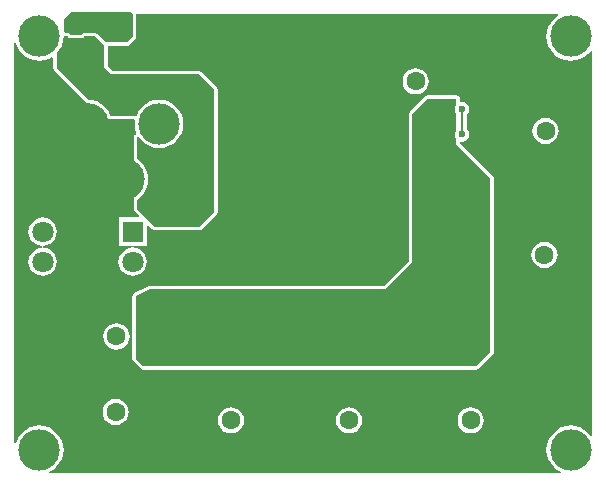
<source format=gtl>
G04 Layer_Physical_Order=1*
G04 Layer_Color=255*
%FSLAX44Y44*%
%MOMM*%
G71*
G01*
G75*
%ADD10R,1.3000X0.7000*%
%ADD11R,0.8000X0.8000*%
%ADD12C,0.2000*%
%ADD13C,3.5000*%
%ADD14C,1.8000*%
%ADD15R,1.8000X1.8000*%
%ADD16C,1.6000*%
%ADD17C,0.6000*%
G36*
X464445Y394000D02*
X464754Y392768D01*
X463556Y392128D01*
X460434Y389566D01*
X457872Y386444D01*
X455969Y382883D01*
X454797Y379019D01*
X454401Y375000D01*
X454797Y370981D01*
X455969Y367117D01*
X457872Y363556D01*
X460434Y360434D01*
X463556Y357872D01*
X467117Y355969D01*
X470981Y354797D01*
X475000Y354401D01*
X479019Y354797D01*
X482883Y355969D01*
X486444Y357872D01*
X489566Y360434D01*
X491730Y363071D01*
X493000Y362617D01*
Y37383D01*
X491730Y36929D01*
X489566Y39566D01*
X486444Y42128D01*
X482883Y44031D01*
X479019Y45203D01*
X475000Y45599D01*
X470981Y45203D01*
X467117Y44031D01*
X463556Y42128D01*
X460434Y39566D01*
X457872Y36444D01*
X455969Y32883D01*
X454797Y29019D01*
X454401Y25000D01*
X454797Y20981D01*
X455969Y17117D01*
X457872Y13556D01*
X460434Y10434D01*
X463556Y7872D01*
X466569Y6262D01*
X466251Y4992D01*
X33749D01*
X33431Y6262D01*
X36444Y7872D01*
X39566Y10434D01*
X42128Y13556D01*
X44031Y17117D01*
X45203Y20981D01*
X45599Y25000D01*
X45203Y29019D01*
X44031Y32883D01*
X42128Y36444D01*
X39566Y39566D01*
X36444Y42128D01*
X32883Y44031D01*
X29019Y45203D01*
X25000Y45599D01*
X20981Y45203D01*
X17117Y44031D01*
X13556Y42128D01*
X10434Y39566D01*
X7872Y36444D01*
X5969Y32883D01*
X5270Y30579D01*
X4000Y30768D01*
X4000Y369232D01*
X5270Y369420D01*
X5969Y367117D01*
X7872Y363556D01*
X10434Y360434D01*
X13556Y357872D01*
X17117Y355969D01*
X20981Y354797D01*
X25000Y354401D01*
X29019Y354797D01*
X32883Y355969D01*
X35671Y357459D01*
X36941Y356698D01*
Y348000D01*
X36941Y348000D01*
X37174Y346829D01*
X37837Y345837D01*
X64282Y319393D01*
X64655Y319143D01*
X65003Y318858D01*
X65148Y318814D01*
X65274Y318729D01*
X65715Y318642D01*
X66145Y318511D01*
X69419Y318189D01*
X72707Y317192D01*
X75737Y315572D01*
X78393Y313393D01*
X80572Y310737D01*
X82191Y307707D01*
X82372Y307112D01*
X82444Y306978D01*
X82473Y306829D01*
X82723Y306456D01*
X82935Y306060D01*
X83052Y305963D01*
X83136Y305837D01*
X83510Y305588D01*
X83857Y305302D01*
X84002Y305258D01*
X84129Y305174D01*
X84569Y305086D01*
X84999Y304956D01*
X85150Y304971D01*
X85299Y304941D01*
X105343D01*
X106196Y304000D01*
X105901Y301000D01*
X106297Y296981D01*
X107265Y293788D01*
X107262Y293323D01*
X106830Y292336D01*
X106517Y292127D01*
X106178Y291967D01*
X106026Y291799D01*
X105837Y291673D01*
X105628Y291361D01*
X105376Y291082D01*
X105300Y290869D01*
X105174Y290681D01*
X105101Y290312D01*
X104974Y289959D01*
X104986Y289732D01*
X104941Y289510D01*
Y271082D01*
X104971Y270933D01*
X104956Y270782D01*
X105086Y270352D01*
X105174Y269911D01*
X105258Y269785D01*
X105302Y269640D01*
X105587Y269293D01*
X105837Y268919D01*
X105963Y268835D01*
X106060Y268717D01*
X108892Y266392D01*
X111072Y263737D01*
X112691Y260707D01*
X113689Y257419D01*
X114026Y254000D01*
X113689Y250581D01*
X112691Y247293D01*
X111072Y244263D01*
X108892Y241608D01*
X106060Y239283D01*
X105963Y239165D01*
X105837Y239081D01*
X105587Y238707D01*
X105302Y238360D01*
X105258Y238215D01*
X105174Y238089D01*
X105086Y237648D01*
X104956Y237218D01*
X104971Y237067D01*
X104941Y236918D01*
Y229000D01*
X105174Y227829D01*
X105837Y226837D01*
X105837Y226837D01*
X109801Y222873D01*
X109315Y221700D01*
X92100D01*
Y197700D01*
X116100D01*
Y214915D01*
X117273Y215401D01*
X120837Y211837D01*
X121830Y211174D01*
X123000Y210941D01*
X123000Y210941D01*
X161000D01*
X162171Y211174D01*
X163163Y211837D01*
X163163Y211837D01*
X175163Y223837D01*
X175826Y224830D01*
X176059Y226000D01*
X176059Y226000D01*
Y330000D01*
X175826Y331171D01*
X175163Y332163D01*
X162163Y345163D01*
X161171Y345826D01*
X160000Y346059D01*
X160000Y346059D01*
X87267D01*
X83059Y350267D01*
Y366941D01*
X99000Y366941D01*
X99000Y366941D01*
X100170Y367174D01*
X101163Y367837D01*
X106163Y372837D01*
X106163Y372837D01*
X106826Y373829D01*
X107059Y375000D01*
X107059Y375000D01*
X107059Y394000D01*
X107059Y394000D01*
X464445Y394000D01*
D02*
G37*
G36*
X104000D02*
X104000Y375000D01*
X99000Y370000D01*
X81326Y370000D01*
X74163Y377163D01*
X73170Y377826D01*
X72000Y378059D01*
X72000Y378059D01*
X63000D01*
X61829Y377826D01*
X60837Y377163D01*
X60434Y376559D01*
X51567D01*
X51163Y377163D01*
X50170Y377826D01*
X49000Y378059D01*
X47941D01*
X46000Y380000D01*
Y390000D01*
X52000Y396000D01*
X102000D01*
X104000Y394000D01*
D02*
G37*
G36*
X80000Y367000D02*
Y349000D01*
X80000D01*
X86000Y343000D01*
X160000D01*
X173000Y330000D01*
Y226000D01*
X161000Y214000D01*
X123000D01*
X108000Y229000D01*
Y236918D01*
X111066Y239434D01*
X113628Y242556D01*
X115531Y246117D01*
X116703Y249981D01*
X117099Y254000D01*
X116703Y258019D01*
X115531Y261883D01*
X113628Y265444D01*
X111066Y268566D01*
X108000Y271082D01*
Y289510D01*
X109232Y289818D01*
X109372Y289556D01*
X111934Y286434D01*
X115056Y283872D01*
X118617Y281969D01*
X122481Y280797D01*
X126500Y280401D01*
X130519Y280797D01*
X134383Y281969D01*
X137944Y283872D01*
X141066Y286434D01*
X143628Y289556D01*
X145531Y293117D01*
X146703Y296981D01*
X147099Y301000D01*
X146703Y305019D01*
X145531Y308883D01*
X143628Y312444D01*
X141066Y315566D01*
X137944Y318128D01*
X134383Y320031D01*
X130519Y321203D01*
X126500Y321599D01*
X122481Y321203D01*
X118617Y320031D01*
X115056Y318128D01*
X111934Y315566D01*
X109372Y312444D01*
X107469Y308883D01*
X107201Y308000D01*
X85299D01*
X85031Y308883D01*
X83128Y312444D01*
X80566Y315566D01*
X77444Y318128D01*
X73883Y320031D01*
X70019Y321203D01*
X66445Y321555D01*
X40000Y348000D01*
Y360963D01*
X42128Y363556D01*
X44031Y367117D01*
X45203Y370981D01*
X45599Y375000D01*
X49000D01*
Y373500D01*
X63000D01*
Y375000D01*
X72000D01*
X80000Y367000D01*
D02*
G37*
%LPC*%
G36*
X89700Y68095D02*
X86828Y67717D01*
X84153Y66609D01*
X81855Y64845D01*
X80091Y62547D01*
X78983Y59872D01*
X78605Y57000D01*
X78983Y54128D01*
X80091Y51453D01*
X81855Y49155D01*
X84153Y47392D01*
X86828Y46283D01*
X89700Y45905D01*
X92572Y46283D01*
X95247Y47392D01*
X97545Y49155D01*
X99309Y51453D01*
X100417Y54128D01*
X100795Y57000D01*
X100417Y59872D01*
X99309Y62547D01*
X97545Y64845D01*
X95247Y66609D01*
X92572Y67717D01*
X89700Y68095D01*
D02*
G37*
G36*
X90400Y132095D02*
X87528Y131717D01*
X84853Y130609D01*
X82555Y128845D01*
X80792Y126547D01*
X79683Y123872D01*
X79305Y121000D01*
X79683Y118128D01*
X80792Y115453D01*
X82555Y113155D01*
X84853Y111391D01*
X87528Y110283D01*
X90400Y109905D01*
X93272Y110283D01*
X95948Y111391D01*
X98245Y113155D01*
X100008Y115453D01*
X101117Y118128D01*
X101495Y121000D01*
X101117Y123872D01*
X100008Y126547D01*
X98245Y128845D01*
X95948Y130609D01*
X93272Y131717D01*
X90400Y132095D01*
D02*
G37*
G36*
X390300Y61095D02*
X387428Y60717D01*
X384753Y59608D01*
X382455Y57845D01*
X380691Y55547D01*
X379583Y52872D01*
X379205Y50000D01*
X379583Y47128D01*
X380691Y44453D01*
X382455Y42155D01*
X384753Y40392D01*
X387428Y39283D01*
X390300Y38905D01*
X393172Y39283D01*
X395847Y40392D01*
X398145Y42155D01*
X399908Y44453D01*
X401017Y47128D01*
X401395Y50000D01*
X401017Y52872D01*
X399908Y55547D01*
X398145Y57845D01*
X395847Y59608D01*
X393172Y60717D01*
X390300Y61095D01*
D02*
G37*
G36*
X187300D02*
X184428Y60717D01*
X181753Y59608D01*
X179455Y57845D01*
X177691Y55547D01*
X176583Y52872D01*
X176205Y50000D01*
X176583Y47128D01*
X177691Y44453D01*
X179455Y42155D01*
X181753Y40392D01*
X184428Y39283D01*
X187300Y38905D01*
X190172Y39283D01*
X192847Y40392D01*
X195145Y42155D01*
X196908Y44453D01*
X198017Y47128D01*
X198395Y50000D01*
X198017Y52872D01*
X196908Y55547D01*
X195145Y57845D01*
X192847Y59608D01*
X190172Y60717D01*
X187300Y61095D01*
D02*
G37*
G36*
X287300D02*
X284428Y60717D01*
X281753Y59608D01*
X279455Y57845D01*
X277691Y55547D01*
X276583Y52872D01*
X276205Y50000D01*
X276583Y47128D01*
X277691Y44453D01*
X279455Y42155D01*
X281753Y40392D01*
X284428Y39283D01*
X287300Y38905D01*
X290172Y39283D01*
X292847Y40392D01*
X295145Y42155D01*
X296908Y44453D01*
X298017Y47128D01*
X298395Y50000D01*
X298017Y52872D01*
X296908Y55547D01*
X295145Y57845D01*
X292847Y59608D01*
X290172Y60717D01*
X287300Y61095D01*
D02*
G37*
G36*
X27900Y221803D02*
X24767Y221391D01*
X21848Y220182D01*
X19341Y218258D01*
X17418Y215752D01*
X16209Y212833D01*
X15797Y209700D01*
X16209Y206567D01*
X17418Y203648D01*
X19341Y201141D01*
X21848Y199218D01*
X24767Y198009D01*
X26995Y197716D01*
X27566Y197640D01*
Y196360D01*
X26995Y196284D01*
X24767Y195991D01*
X21848Y194782D01*
X19341Y192859D01*
X17418Y190352D01*
X16209Y187433D01*
X15797Y184300D01*
X16209Y181167D01*
X17418Y178248D01*
X19341Y175742D01*
X21848Y173818D01*
X24767Y172609D01*
X27900Y172197D01*
X31033Y172609D01*
X33952Y173818D01*
X36458Y175742D01*
X38382Y178248D01*
X39591Y181167D01*
X40003Y184300D01*
X39591Y187433D01*
X38382Y190352D01*
X36458Y192859D01*
X33952Y194782D01*
X31033Y195991D01*
X28805Y196284D01*
X28234Y196360D01*
Y197640D01*
X28805Y197716D01*
X31033Y198009D01*
X33952Y199218D01*
X36458Y201141D01*
X38382Y203648D01*
X39591Y206567D01*
X40003Y209700D01*
X39591Y212833D01*
X38382Y215752D01*
X36458Y218258D01*
X33952Y220182D01*
X31033Y221391D01*
X27900Y221803D01*
D02*
G37*
G36*
X453700Y306095D02*
X450828Y305717D01*
X448153Y304608D01*
X445855Y302845D01*
X444091Y300547D01*
X442983Y297872D01*
X442605Y295000D01*
X442983Y292128D01*
X444091Y289453D01*
X445855Y287155D01*
X448153Y285392D01*
X450828Y284283D01*
X453700Y283905D01*
X456572Y284283D01*
X459248Y285392D01*
X461545Y287155D01*
X463308Y289453D01*
X464417Y292128D01*
X464795Y295000D01*
X464417Y297872D01*
X463308Y300547D01*
X461545Y302845D01*
X459248Y304608D01*
X456572Y305717D01*
X453700Y306095D01*
D02*
G37*
G36*
X354000Y325059D02*
X352829Y324826D01*
X351837Y324163D01*
X351837Y324163D01*
X338837Y311163D01*
X338174Y310171D01*
X337941Y309000D01*
X337941Y309000D01*
Y185267D01*
X316733Y164059D01*
X119000D01*
X118892Y164037D01*
X118783Y164051D01*
X118310Y163922D01*
X117830Y163826D01*
X117738Y163765D01*
X117632Y163736D01*
X105632Y157736D01*
X105245Y157435D01*
X104837Y157163D01*
X104776Y157071D01*
X104689Y157004D01*
X104446Y156578D01*
X104174Y156171D01*
X104153Y156063D01*
X104098Y155967D01*
X104037Y155481D01*
X103941Y155000D01*
Y102000D01*
X103941Y102000D01*
X104174Y100829D01*
X104837Y99837D01*
X104837Y99837D01*
X110837Y93837D01*
X111829Y93174D01*
X113000Y92941D01*
X113000Y92941D01*
X395000D01*
X396171Y93174D01*
X397163Y93837D01*
X397163Y93837D01*
X409163Y105837D01*
X409826Y106830D01*
X410059Y108000D01*
X410059Y108000D01*
Y255000D01*
X410059Y255000D01*
X409826Y256171D01*
X409163Y257163D01*
X381425Y284901D01*
X382051Y286071D01*
X383000Y285882D01*
X385341Y286348D01*
X387326Y287674D01*
X388652Y289659D01*
X389118Y292000D01*
X388652Y294341D01*
X387326Y296326D01*
X387078Y296491D01*
Y309259D01*
X387326Y309424D01*
X388652Y311409D01*
X389118Y313750D01*
X388652Y316091D01*
X387326Y318076D01*
X385341Y319402D01*
X383000Y319867D01*
X382040Y319677D01*
X381059Y320482D01*
Y322000D01*
X380826Y323171D01*
X380163Y324163D01*
X379170Y324826D01*
X378000Y325059D01*
X354000D01*
X354000Y325059D01*
D02*
G37*
G36*
X343700Y348095D02*
X340828Y347717D01*
X338153Y346609D01*
X335855Y344845D01*
X334091Y342547D01*
X332983Y339872D01*
X332605Y337000D01*
X332983Y334128D01*
X334091Y331453D01*
X335855Y329155D01*
X338153Y327392D01*
X340828Y326283D01*
X343700Y325905D01*
X346572Y326283D01*
X349247Y327392D01*
X351545Y329155D01*
X353308Y331453D01*
X354417Y334128D01*
X354795Y337000D01*
X354417Y339872D01*
X353308Y342547D01*
X351545Y344845D01*
X349247Y346609D01*
X346572Y347717D01*
X343700Y348095D01*
D02*
G37*
G36*
X104100Y196404D02*
X100967Y195991D01*
X98048Y194782D01*
X95541Y192859D01*
X93618Y190352D01*
X92409Y187433D01*
X91996Y184300D01*
X92409Y181167D01*
X93618Y178248D01*
X95541Y175742D01*
X98048Y173818D01*
X100967Y172609D01*
X104100Y172197D01*
X107233Y172609D01*
X110152Y173818D01*
X112659Y175742D01*
X114582Y178248D01*
X115791Y181167D01*
X116203Y184300D01*
X115791Y187433D01*
X114582Y190352D01*
X112659Y192859D01*
X110152Y194782D01*
X107233Y195991D01*
X104100Y196404D01*
D02*
G37*
G36*
X452700Y201095D02*
X449828Y200717D01*
X447152Y199608D01*
X444855Y197845D01*
X443092Y195547D01*
X441983Y192872D01*
X441605Y190000D01*
X441983Y187128D01*
X443092Y184453D01*
X444855Y182155D01*
X447152Y180392D01*
X449828Y179283D01*
X452700Y178905D01*
X455572Y179283D01*
X458247Y180392D01*
X460545Y182155D01*
X462309Y184453D01*
X463417Y187128D01*
X463795Y190000D01*
X463417Y192872D01*
X462309Y195547D01*
X460545Y197845D01*
X458247Y199608D01*
X455572Y200717D01*
X452700Y201095D01*
D02*
G37*
%LPD*%
G36*
X378000Y317067D02*
X377348Y316091D01*
X376883Y313750D01*
X377348Y311409D01*
X378000Y310433D01*
Y295317D01*
X377348Y294341D01*
X376883Y292000D01*
X377348Y289659D01*
X378000Y288683D01*
Y284000D01*
X407000Y255000D01*
Y108000D01*
X395000Y96000D01*
X113000D01*
X107000Y102000D01*
Y155000D01*
X119000Y161000D01*
X318000D01*
X341000Y184000D01*
Y309000D01*
X354000Y322000D01*
X378000D01*
Y317067D01*
D02*
G37*
D10*
X90000Y379500D02*
D03*
Y360500D02*
D03*
D11*
X56000Y380500D02*
D03*
Y365500D02*
D03*
D12*
X383000Y292000D02*
Y313750D01*
D13*
X96500Y254000D02*
D03*
X66000Y301000D02*
D03*
X126500D02*
D03*
X475000Y375000D02*
D03*
Y25000D02*
D03*
X25000Y375000D02*
D03*
Y25000D02*
D03*
D14*
X104100Y184300D02*
D03*
X27900D02*
D03*
Y209700D02*
D03*
D15*
X104100D02*
D03*
D16*
X64300Y57000D02*
D03*
X89700D02*
D03*
X65000Y121000D02*
D03*
X90400D02*
D03*
X343700Y337000D02*
D03*
X318300D02*
D03*
X453700Y295000D02*
D03*
X428300D02*
D03*
X452700Y190000D02*
D03*
X427300D02*
D03*
X390300Y50000D02*
D03*
X415700D02*
D03*
X287300D02*
D03*
X312700D02*
D03*
X187300D02*
D03*
X212700D02*
D03*
D17*
X383000Y292000D02*
D03*
X372000Y308000D02*
D03*
X383000Y313750D02*
D03*
X395000Y216000D02*
D03*
X375000Y110000D02*
D03*
X333000D02*
D03*
X232000D02*
D03*
X133500Y136000D02*
D03*
X146000Y234000D02*
D03*
X150000Y359000D02*
D03*
M02*

</source>
